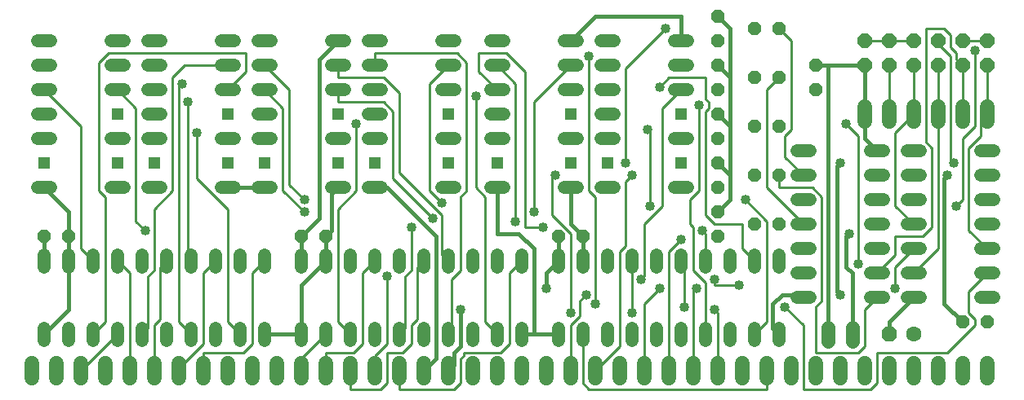
<source format=gtl>
G75*
%MOIN*%
%OFA0B0*%
%FSLAX24Y24*%
%IPPOS*%
%LPD*%
%AMOC8*
5,1,8,0,0,1.08239X$1,22.5*
%
%ADD10C,0.0600*%
%ADD11OC8,0.0600*%
%ADD12OC8,0.0520*%
%ADD13C,0.0520*%
%ADD14R,0.0515X0.0515*%
%ADD15C,0.0560*%
%ADD16OC8,0.0630*%
%ADD17C,0.0630*%
%ADD18C,0.0160*%
%ADD19C,0.0400*%
%ADD20C,0.0100*%
D10*
X000680Y000880D02*
X000680Y001480D01*
X001680Y001480D02*
X001680Y000880D01*
X002680Y000880D02*
X002680Y001480D01*
X003680Y001480D02*
X003680Y000880D01*
X004680Y000880D02*
X004680Y001480D01*
X005680Y001480D02*
X005680Y000880D01*
X006680Y000880D02*
X006680Y001480D01*
X007680Y001480D02*
X007680Y000880D01*
X008680Y000880D02*
X008680Y001480D01*
X009680Y001480D02*
X009680Y000880D01*
X010680Y000880D02*
X010680Y001480D01*
X011680Y001480D02*
X011680Y000880D01*
X012680Y000880D02*
X012680Y001480D01*
X013680Y001480D02*
X013680Y000880D01*
X014680Y000880D02*
X014680Y001480D01*
X015680Y001480D02*
X015680Y000880D01*
X016680Y000880D02*
X016680Y001480D01*
X017680Y001480D02*
X017680Y000880D01*
X018680Y000880D02*
X018680Y001480D01*
X019680Y001480D02*
X019680Y000880D01*
X020680Y000880D02*
X020680Y001480D01*
X021680Y001480D02*
X021680Y000880D01*
X022680Y000880D02*
X022680Y001480D01*
X023680Y001480D02*
X023680Y000880D01*
X024680Y000880D02*
X024680Y001480D01*
X025680Y001480D02*
X025680Y000880D01*
X026680Y000880D02*
X026680Y001480D01*
X027680Y001480D02*
X027680Y000880D01*
X028680Y000880D02*
X028680Y001480D01*
X029680Y001480D02*
X029680Y000880D01*
X030680Y000880D02*
X030680Y001480D01*
X031680Y001480D02*
X031680Y000880D01*
X032680Y000880D02*
X032680Y001480D01*
X033680Y001480D02*
X033680Y000880D01*
X034680Y000880D02*
X034680Y001480D01*
X035680Y001480D02*
X035680Y000880D01*
X036680Y000880D02*
X036680Y001480D01*
X037680Y001480D02*
X037680Y000880D01*
X038680Y000880D02*
X038680Y001480D01*
X039680Y001480D02*
X039680Y000880D01*
X039680Y011380D02*
X039680Y011980D01*
X038680Y011980D02*
X038680Y011380D01*
X037680Y011380D02*
X037680Y011980D01*
X036680Y011980D02*
X036680Y011380D01*
X035680Y011380D02*
X035680Y011980D01*
X034680Y011980D02*
X034680Y011380D01*
D11*
X034680Y013680D03*
X035680Y013680D03*
X036680Y013680D03*
X037680Y013680D03*
X038680Y013680D03*
X039680Y013680D03*
X039680Y014680D03*
X038680Y014680D03*
X037680Y014680D03*
X036680Y014680D03*
X035680Y014680D03*
X034680Y014680D03*
D12*
X032680Y013680D03*
X031180Y013180D03*
X030180Y013180D03*
X028680Y012680D03*
X028680Y011680D03*
X030180Y011180D03*
X031180Y011180D03*
X028680Y010680D03*
X028680Y009680D03*
X030180Y009180D03*
X031180Y009180D03*
X028680Y008680D03*
X028680Y007680D03*
X030180Y007180D03*
X031180Y007180D03*
X028680Y006680D03*
X023180Y006680D03*
X022180Y006680D03*
X012680Y006680D03*
X011680Y006680D03*
X002180Y006680D03*
X001180Y006680D03*
X028680Y013680D03*
X028680Y014680D03*
X030180Y015180D03*
X031180Y015180D03*
X028680Y015680D03*
X032680Y012680D03*
X038680Y003180D03*
X039680Y003180D03*
D13*
X039420Y004180D02*
X039940Y004180D01*
X039940Y005180D02*
X039420Y005180D01*
X039420Y006180D02*
X039940Y006180D01*
X039940Y007180D02*
X039420Y007180D01*
X036940Y007180D02*
X036420Y007180D01*
X035440Y007180D02*
X034920Y007180D01*
X034920Y006180D02*
X035440Y006180D01*
X036420Y006180D02*
X036940Y006180D01*
X036940Y005180D02*
X036420Y005180D01*
X035440Y005180D02*
X034920Y005180D01*
X034920Y004180D02*
X035440Y004180D01*
X036420Y004180D02*
X036940Y004180D01*
X032440Y004180D02*
X031920Y004180D01*
X031920Y005180D02*
X032440Y005180D01*
X031180Y005420D02*
X031180Y005940D01*
X031920Y006180D02*
X032440Y006180D01*
X032440Y007180D02*
X031920Y007180D01*
X031920Y008180D02*
X032440Y008180D01*
X032440Y009180D02*
X031920Y009180D01*
X031920Y010180D02*
X032440Y010180D01*
X034920Y010180D02*
X035440Y010180D01*
X036420Y010180D02*
X036940Y010180D01*
X036940Y009180D02*
X036420Y009180D01*
X035440Y009180D02*
X034920Y009180D01*
X034920Y008180D02*
X035440Y008180D01*
X036420Y008180D02*
X036940Y008180D01*
X039420Y008180D02*
X039940Y008180D01*
X039940Y009180D02*
X039420Y009180D01*
X039420Y010180D02*
X039940Y010180D01*
X030180Y005940D02*
X030180Y005420D01*
X029180Y005420D02*
X029180Y005940D01*
X028180Y005940D02*
X028180Y005420D01*
X027180Y005420D02*
X027180Y005940D01*
X026180Y005940D02*
X026180Y005420D01*
X025180Y005420D02*
X025180Y005940D01*
X024180Y005940D02*
X024180Y005420D01*
X023180Y005420D02*
X023180Y005940D01*
X022180Y005940D02*
X022180Y005420D01*
X020680Y005420D02*
X020680Y005940D01*
X019680Y005940D02*
X019680Y005420D01*
X018680Y005420D02*
X018680Y005940D01*
X017680Y005940D02*
X017680Y005420D01*
X016680Y005420D02*
X016680Y005940D01*
X015680Y005940D02*
X015680Y005420D01*
X014680Y005420D02*
X014680Y005940D01*
X013680Y005940D02*
X013680Y005420D01*
X012680Y005420D02*
X012680Y005940D01*
X011680Y005940D02*
X011680Y005420D01*
X010180Y005420D02*
X010180Y005940D01*
X009180Y005940D02*
X009180Y005420D01*
X008180Y005420D02*
X008180Y005940D01*
X007180Y005940D02*
X007180Y005420D01*
X006180Y005420D02*
X006180Y005940D01*
X005180Y005940D02*
X005180Y005420D01*
X004180Y005420D02*
X004180Y005940D01*
X003180Y005940D02*
X003180Y005420D01*
X002180Y005420D02*
X002180Y005940D01*
X001180Y005940D02*
X001180Y005420D01*
X001180Y002940D02*
X001180Y002420D01*
X002180Y002420D02*
X002180Y002940D01*
X003180Y002940D02*
X003180Y002420D01*
X004180Y002420D02*
X004180Y002940D01*
X005180Y002940D02*
X005180Y002420D01*
X006180Y002420D02*
X006180Y002940D01*
X007180Y002940D02*
X007180Y002420D01*
X008180Y002420D02*
X008180Y002940D01*
X009180Y002940D02*
X009180Y002420D01*
X010180Y002420D02*
X010180Y002940D01*
X011680Y002940D02*
X011680Y002420D01*
X012680Y002420D02*
X012680Y002940D01*
X013680Y002940D02*
X013680Y002420D01*
X014680Y002420D02*
X014680Y002940D01*
X015680Y002940D02*
X015680Y002420D01*
X016680Y002420D02*
X016680Y002940D01*
X017680Y002940D02*
X017680Y002420D01*
X018680Y002420D02*
X018680Y002940D01*
X019680Y002940D02*
X019680Y002420D01*
X020680Y002420D02*
X020680Y002940D01*
X022180Y002940D02*
X022180Y002420D01*
X023180Y002420D02*
X023180Y002940D01*
X024180Y002940D02*
X024180Y002420D01*
X025180Y002420D02*
X025180Y002940D01*
X026180Y002940D02*
X026180Y002420D01*
X027180Y002420D02*
X027180Y002940D01*
X028180Y002940D02*
X028180Y002420D01*
X029180Y002420D02*
X029180Y002940D01*
X030180Y002940D02*
X030180Y002420D01*
X031180Y002420D02*
X031180Y002940D01*
X027440Y008680D02*
X026920Y008680D01*
X024440Y008680D02*
X023920Y008680D01*
X022940Y008680D02*
X022420Y008680D01*
X019940Y008680D02*
X019420Y008680D01*
X017940Y008680D02*
X017420Y008680D01*
X014940Y008680D02*
X014420Y008680D01*
X013440Y008680D02*
X012920Y008680D01*
X010440Y008680D02*
X009920Y008680D01*
X008940Y008680D02*
X008420Y008680D01*
X005940Y008680D02*
X005420Y008680D01*
X004440Y008680D02*
X003920Y008680D01*
X001440Y008680D02*
X000920Y008680D01*
X000920Y010680D02*
X001440Y010680D01*
X001440Y011680D02*
X000920Y011680D01*
X000920Y012680D02*
X001440Y012680D01*
X001440Y013680D02*
X000920Y013680D01*
X000920Y014680D02*
X001440Y014680D01*
X003920Y014680D02*
X004440Y014680D01*
X005420Y014680D02*
X005940Y014680D01*
X005940Y013680D02*
X005420Y013680D01*
X004440Y013680D02*
X003920Y013680D01*
X003920Y012680D02*
X004440Y012680D01*
X005420Y012680D02*
X005940Y012680D01*
X005940Y011680D02*
X005420Y011680D01*
X005420Y010680D02*
X005940Y010680D01*
X004440Y010680D02*
X003920Y010680D01*
X008420Y010680D02*
X008940Y010680D01*
X009920Y010680D02*
X010440Y010680D01*
X010440Y011680D02*
X009920Y011680D01*
X009920Y012680D02*
X010440Y012680D01*
X008940Y012680D02*
X008420Y012680D01*
X008420Y013680D02*
X008940Y013680D01*
X009920Y013680D02*
X010440Y013680D01*
X010440Y014680D02*
X009920Y014680D01*
X008940Y014680D02*
X008420Y014680D01*
X012920Y014680D02*
X013440Y014680D01*
X014420Y014680D02*
X014940Y014680D01*
X014940Y013680D02*
X014420Y013680D01*
X013440Y013680D02*
X012920Y013680D01*
X012920Y012680D02*
X013440Y012680D01*
X014420Y012680D02*
X014940Y012680D01*
X014940Y011680D02*
X014420Y011680D01*
X014420Y010680D02*
X014940Y010680D01*
X013440Y010680D02*
X012920Y010680D01*
X017420Y010680D02*
X017940Y010680D01*
X019420Y010680D02*
X019940Y010680D01*
X019940Y011680D02*
X019420Y011680D01*
X019420Y012680D02*
X019940Y012680D01*
X017940Y012680D02*
X017420Y012680D01*
X017420Y013680D02*
X017940Y013680D01*
X019420Y013680D02*
X019940Y013680D01*
X019940Y014680D02*
X019420Y014680D01*
X017940Y014680D02*
X017420Y014680D01*
X022420Y014680D02*
X022940Y014680D01*
X023920Y014680D02*
X024440Y014680D01*
X024440Y013680D02*
X023920Y013680D01*
X022940Y013680D02*
X022420Y013680D01*
X022420Y012680D02*
X022940Y012680D01*
X023920Y012680D02*
X024440Y012680D01*
X024440Y011680D02*
X023920Y011680D01*
X023920Y010680D02*
X024440Y010680D01*
X022940Y010680D02*
X022420Y010680D01*
X026920Y010680D02*
X027440Y010680D01*
X027440Y012680D02*
X026920Y012680D01*
X026920Y013680D02*
X027440Y013680D01*
X027440Y014680D02*
X026920Y014680D01*
D14*
X027180Y011680D03*
X022680Y011680D03*
X022680Y009680D03*
X024180Y009680D03*
X027180Y009680D03*
X019680Y009680D03*
X017680Y009680D03*
X014680Y009680D03*
X013180Y009680D03*
X010180Y009680D03*
X008680Y009680D03*
X005680Y009680D03*
X004180Y009680D03*
X001180Y009680D03*
X004180Y011680D03*
X008680Y011680D03*
X013180Y011680D03*
X017680Y011680D03*
D15*
X033180Y002960D02*
X033180Y002400D01*
X034180Y002400D02*
X034180Y002960D01*
D16*
X035680Y002680D03*
D17*
X036680Y002680D03*
D18*
X035680Y002680D02*
X035680Y003180D01*
X036680Y004180D01*
X037930Y003930D02*
X037930Y009055D01*
X038055Y009180D01*
X035180Y010180D02*
X034680Y010680D01*
X034680Y011680D01*
X034680Y013680D01*
X033180Y013680D01*
X033180Y002680D01*
X034180Y002680D02*
X034180Y005180D01*
X033930Y005430D01*
X033930Y006680D01*
X034055Y006805D01*
X029180Y008180D02*
X029180Y009180D01*
X029180Y011180D01*
X029180Y013180D01*
X029180Y015180D01*
X028680Y015680D01*
X027180Y015680D02*
X027180Y014680D01*
X027180Y015680D02*
X023680Y015680D01*
X022680Y014680D01*
X028680Y013680D02*
X029180Y013180D01*
X032680Y013680D02*
X033180Y013680D01*
X029180Y011180D02*
X028680Y011680D01*
X028680Y009680D02*
X029180Y009180D01*
X029180Y008180D02*
X028680Y007680D01*
X033555Y009555D02*
X033680Y009680D01*
X033555Y009555D02*
X033555Y004430D01*
X033680Y004305D01*
X032180Y004305D02*
X032180Y004180D01*
X032180Y004305D02*
X031305Y004305D01*
X030930Y003930D01*
X030930Y002930D01*
X031180Y002680D01*
X037930Y003930D02*
X038680Y003180D01*
X023180Y005680D02*
X023180Y006680D01*
X022680Y007180D01*
X022680Y008680D01*
X019680Y008680D02*
X019680Y006805D01*
X020555Y006805D01*
X021180Y006180D01*
X021180Y002680D01*
X020680Y002680D01*
X021180Y002680D02*
X022180Y002680D01*
X018180Y002180D02*
X018180Y003680D01*
X018180Y002180D02*
X017930Y001930D01*
X017930Y001430D01*
X017680Y001180D01*
X017180Y001680D02*
X017180Y006680D01*
X015180Y008680D01*
X014680Y008680D01*
X013180Y008680D02*
X012930Y008430D01*
X012930Y006930D01*
X012680Y006680D01*
X012680Y005680D01*
X011680Y004680D01*
X011680Y002680D01*
X010180Y002680D01*
X016680Y001180D02*
X017180Y001680D01*
X021680Y004555D02*
X021680Y005180D01*
X022180Y005680D01*
X022180Y006680D01*
X012430Y007430D02*
X012430Y013930D01*
X013180Y014680D01*
X010180Y008680D02*
X008680Y008680D01*
X011680Y006680D02*
X012430Y007430D01*
X011680Y006680D02*
X011680Y005680D01*
X002180Y005680D02*
X002180Y003680D01*
X001180Y002680D01*
X001180Y005680D02*
X001180Y006680D01*
X002180Y006680D02*
X002180Y007680D01*
X001180Y008680D01*
X002180Y006680D02*
X002180Y005680D01*
D19*
X005305Y006930D03*
X011805Y007680D03*
X011805Y008180D03*
X016180Y007055D03*
X017055Y007430D03*
X017430Y008055D03*
X020430Y007305D03*
X021180Y007680D03*
X021555Y007055D03*
X025930Y007930D03*
X028055Y006930D03*
X027180Y006555D03*
X028555Y004930D03*
X027805Y004555D03*
X027305Y003805D03*
X028555Y003680D03*
X026305Y004555D03*
X025555Y004930D03*
X023305Y004305D03*
X023680Y003930D03*
X022680Y003555D03*
X021680Y004555D03*
X025180Y003555D03*
X029555Y004680D03*
X031430Y003805D03*
X033680Y004305D03*
X035930Y004555D03*
X034430Y005555D03*
X034055Y006805D03*
X029805Y008180D03*
X033680Y009680D03*
X033930Y011305D03*
X038305Y009680D03*
X038055Y009180D03*
X038430Y007930D03*
X027930Y012055D03*
X026305Y012805D03*
X023430Y014055D03*
X026555Y015180D03*
X018805Y012430D03*
X013930Y011305D03*
X007430Y010930D03*
X007055Y012180D03*
X006805Y012930D03*
X022055Y009180D03*
X024930Y009680D03*
X025180Y009180D03*
X025805Y011055D03*
X039180Y014305D03*
X015180Y005055D03*
X018180Y003680D03*
D20*
X019180Y003180D02*
X019180Y008305D01*
X018805Y008680D01*
X018805Y012430D01*
X019680Y012680D02*
X018930Y013430D01*
X018930Y014180D01*
X020055Y014180D01*
X020805Y013430D01*
X020805Y007055D01*
X021555Y007055D01*
X020430Y007305D02*
X020430Y012930D01*
X019680Y013680D01*
X018430Y013805D02*
X018055Y014180D01*
X014680Y014180D01*
X014680Y013680D01*
X015055Y013180D02*
X013180Y013180D01*
X013180Y013680D01*
X015055Y013180D02*
X015680Y012555D01*
X015680Y009305D01*
X017430Y007555D01*
X017430Y005930D01*
X017680Y005680D01*
X018180Y005305D02*
X018180Y008305D01*
X018430Y008555D01*
X018430Y013805D01*
X017680Y013680D02*
X016930Y012930D01*
X016930Y008555D01*
X017430Y008055D01*
X017055Y007430D02*
X015430Y009055D01*
X015430Y011805D01*
X015055Y012180D01*
X013180Y012180D01*
X013180Y012680D01*
X011180Y012680D02*
X010180Y013680D01*
X009430Y013430D02*
X008680Y012680D01*
X010180Y012680D02*
X010930Y011930D01*
X010930Y008555D01*
X011805Y007680D01*
X011805Y008180D02*
X011180Y008805D01*
X011180Y012680D01*
X009430Y013430D02*
X009430Y014180D01*
X003805Y014180D01*
X003430Y013805D01*
X003430Y008555D01*
X003680Y008305D01*
X003680Y003180D01*
X003180Y002680D01*
X004180Y002680D02*
X002680Y001180D01*
X004680Y001180D02*
X004680Y005180D01*
X004180Y005680D01*
X003180Y005680D02*
X002680Y006180D01*
X002680Y011180D01*
X001180Y012680D01*
X004180Y012680D02*
X004930Y011930D01*
X004930Y007305D01*
X005305Y006930D01*
X005680Y007805D02*
X006430Y008555D01*
X006430Y013180D01*
X006930Y013680D01*
X008680Y013680D01*
X006805Y012930D02*
X006680Y012805D01*
X006680Y003180D01*
X007180Y002680D01*
X007680Y002305D02*
X006680Y001305D01*
X006680Y001180D01*
X007680Y001180D02*
X007680Y001930D01*
X009305Y001930D01*
X009680Y002305D01*
X009680Y005180D01*
X010180Y005680D01*
X008180Y005680D02*
X007680Y005180D01*
X007680Y002305D01*
X008680Y003180D02*
X009180Y002680D01*
X008680Y003180D02*
X008680Y007805D01*
X007430Y009055D01*
X007430Y010930D01*
X007055Y012180D02*
X007055Y005805D01*
X007180Y005680D01*
X006180Y005680D02*
X005930Y005430D01*
X005930Y003305D01*
X005680Y003055D01*
X005680Y001180D01*
X005180Y002680D02*
X005430Y002930D01*
X005430Y005055D01*
X005680Y005305D01*
X005680Y007805D01*
X013180Y007805D02*
X013930Y008555D01*
X013930Y011305D01*
X021180Y012180D02*
X021180Y007680D01*
X021930Y007555D02*
X022680Y006805D01*
X022680Y003555D01*
X023055Y003430D02*
X022680Y003055D01*
X022680Y001180D01*
X023680Y001180D02*
X024680Y002180D01*
X024680Y006055D01*
X024930Y006305D01*
X024930Y008930D01*
X025180Y009180D01*
X024930Y009680D02*
X024930Y013555D01*
X026555Y015180D01*
X023430Y014055D02*
X023430Y008555D01*
X023680Y008305D01*
X023680Y003930D01*
X023305Y004305D02*
X023055Y004055D01*
X023055Y003430D01*
X023180Y002680D02*
X023180Y000680D01*
X023430Y000430D01*
X030680Y000430D01*
X030680Y001180D01*
X032680Y001930D02*
X032680Y003805D01*
X032930Y004055D01*
X032930Y008305D01*
X032555Y008680D01*
X031180Y008680D01*
X031180Y009180D01*
X031430Y009930D02*
X032180Y009180D01*
X030680Y008680D02*
X030680Y012680D01*
X031180Y013180D01*
X028305Y012180D02*
X028305Y011930D01*
X028180Y011805D01*
X028180Y007555D01*
X028555Y007180D01*
X029680Y007180D01*
X029680Y006180D01*
X030180Y005680D01*
X028555Y004930D02*
X028555Y004680D01*
X029555Y004680D01*
X028180Y004805D02*
X027680Y005305D01*
X027680Y007055D01*
X027555Y007180D01*
X027555Y008180D01*
X027930Y008555D01*
X027930Y012055D01*
X028180Y012305D02*
X028305Y012180D01*
X028180Y012305D02*
X028180Y013180D01*
X026680Y013180D01*
X026305Y012805D01*
X027180Y012680D02*
X026430Y011930D01*
X026430Y007930D01*
X025680Y007180D01*
X025680Y005055D01*
X025555Y004930D01*
X026305Y004555D02*
X025680Y003930D01*
X025680Y001180D01*
X026680Y001180D02*
X026680Y006055D01*
X027180Y006555D01*
X028055Y006930D02*
X028180Y006805D01*
X028180Y005680D01*
X027305Y005555D02*
X027305Y003805D01*
X028555Y003680D02*
X028680Y003555D01*
X028680Y001180D01*
X027680Y001180D02*
X027680Y004430D01*
X027805Y004555D01*
X028180Y004805D02*
X028180Y002680D01*
X030180Y002680D02*
X030680Y003180D01*
X030680Y007305D01*
X029805Y008180D01*
X030680Y008680D02*
X032180Y007180D01*
X035180Y005180D02*
X035930Y005930D01*
X035930Y006680D01*
X037055Y006680D01*
X037430Y007055D01*
X037430Y010305D01*
X037180Y010555D01*
X037180Y015180D01*
X037930Y015180D01*
X038180Y014930D01*
X038180Y014430D01*
X038430Y014180D01*
X038430Y013930D01*
X038680Y013680D01*
X038680Y011680D01*
X039430Y011430D02*
X039430Y010805D01*
X038930Y010305D01*
X038930Y006930D01*
X039680Y006180D01*
X037680Y006180D02*
X036680Y005180D01*
X035930Y005430D02*
X035930Y004555D01*
X035180Y004180D02*
X034680Y003680D01*
X034680Y002180D01*
X034430Y001930D01*
X032680Y001930D01*
X032180Y003055D02*
X031430Y003805D01*
X032180Y003055D02*
X032180Y000430D01*
X034930Y000430D01*
X035180Y000680D01*
X035180Y001930D01*
X038055Y001930D01*
X039180Y003055D01*
X039180Y003305D01*
X038930Y003555D01*
X038930Y004430D01*
X039680Y005180D01*
X037680Y006180D02*
X037680Y011680D01*
X037680Y013680D01*
X038180Y014055D02*
X037680Y014555D01*
X037680Y014680D01*
X038680Y014680D02*
X039680Y014680D01*
X039180Y014305D02*
X039180Y011180D01*
X038680Y010680D01*
X038680Y008180D01*
X038430Y007930D01*
X036680Y007180D02*
X035930Y007930D01*
X035930Y010930D01*
X036680Y011680D01*
X036680Y013680D01*
X035680Y013680D02*
X035680Y011680D01*
X034430Y010805D02*
X033930Y011305D01*
X034430Y010805D02*
X034430Y005555D01*
X035930Y005430D02*
X036680Y006180D01*
X038305Y009680D02*
X038180Y009805D01*
X038180Y014055D01*
X039680Y013680D02*
X039680Y011680D01*
X039430Y011430D01*
X031680Y011055D02*
X031680Y014680D01*
X031180Y015180D01*
X034680Y014680D02*
X035680Y014680D01*
X036680Y014680D01*
X031680Y011055D02*
X031430Y010805D01*
X031430Y009930D01*
X025930Y010930D02*
X025930Y007930D01*
X021930Y007555D02*
X021930Y009055D01*
X022055Y009180D01*
X025805Y011055D02*
X025930Y010930D01*
X022680Y013680D02*
X021180Y012180D01*
X013180Y007805D02*
X013180Y003180D01*
X013680Y002680D01*
X014180Y002305D02*
X013805Y001930D01*
X012680Y001930D01*
X012680Y001180D01*
X013680Y001180D02*
X013680Y000430D01*
X014930Y000430D01*
X015180Y000680D01*
X015180Y001930D01*
X015805Y001930D01*
X016180Y002305D01*
X016180Y003055D01*
X016430Y003305D01*
X016430Y005430D01*
X016680Y005680D01*
X016180Y005305D02*
X016180Y007055D01*
X014680Y005680D02*
X014180Y005180D01*
X014180Y002305D01*
X014680Y001805D02*
X014680Y001180D01*
X015680Y001180D02*
X015680Y000430D01*
X017930Y000430D01*
X018180Y000680D01*
X018180Y001680D01*
X018305Y001805D01*
X018305Y001930D01*
X019805Y001930D01*
X020180Y002305D01*
X020180Y005180D01*
X020680Y005680D01*
X018180Y005305D02*
X017805Y004930D01*
X017805Y002805D01*
X017680Y002680D01*
X019180Y003180D02*
X019680Y002680D01*
X015930Y002930D02*
X015680Y002680D01*
X015930Y002930D02*
X015930Y005055D01*
X016180Y005305D01*
X015180Y005055D02*
X015180Y002305D01*
X014680Y001805D01*
X012680Y002680D02*
X011680Y001680D01*
X011680Y001180D01*
X025180Y003555D02*
X025180Y005680D01*
X027180Y005680D02*
X027305Y005555D01*
M02*

</source>
